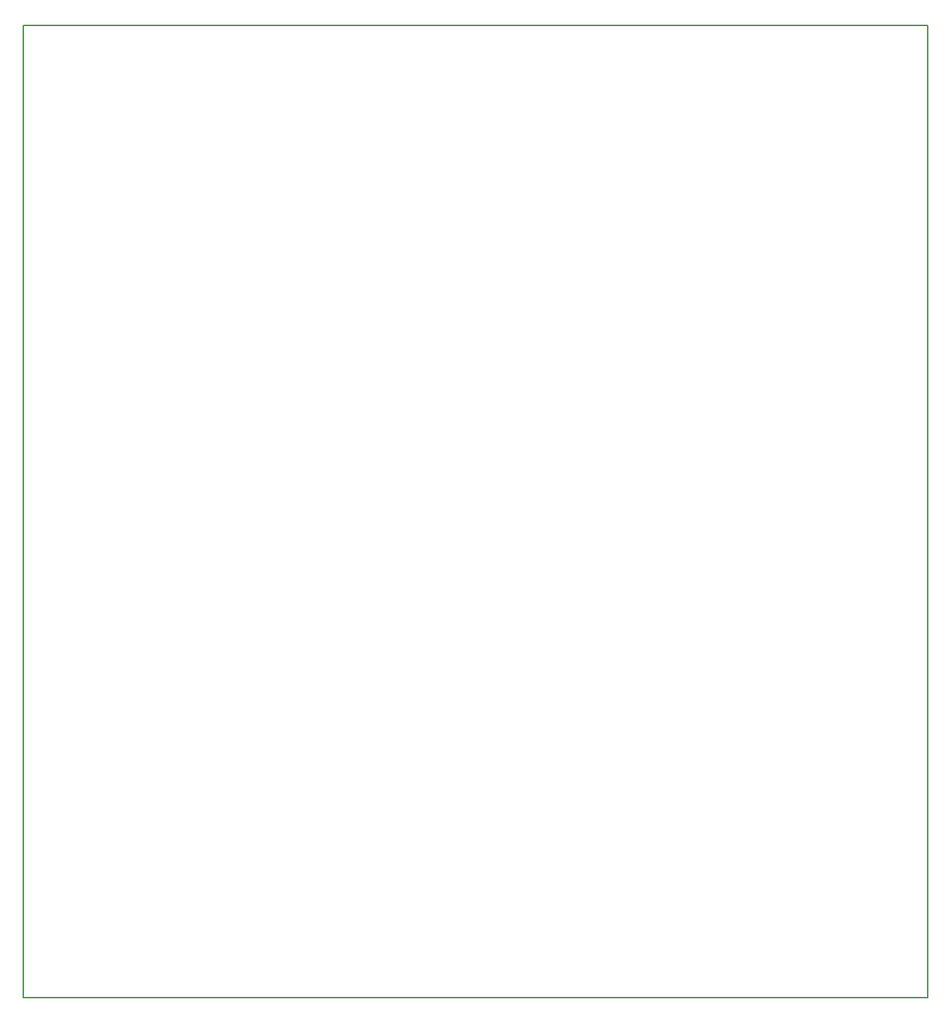
<source format=gbr>
%TF.GenerationSoftware,KiCad,Pcbnew,6.0.4-6f826c9f35~116~ubuntu20.04.1*%
%TF.CreationDate,2022-04-10T19:12:31+02:00*%
%TF.ProjectId,THEIA,54484549-412e-46b6-9963-61645f706362,rev?*%
%TF.SameCoordinates,Original*%
%TF.FileFunction,Profile,NP*%
%FSLAX46Y46*%
G04 Gerber Fmt 4.6, Leading zero omitted, Abs format (unit mm)*
G04 Created by KiCad (PCBNEW 6.0.4-6f826c9f35~116~ubuntu20.04.1) date 2022-04-10 19:12:31*
%MOMM*%
%LPD*%
G01*
G04 APERTURE LIST*
%TA.AperFunction,Profile*%
%ADD10C,0.200000*%
%TD*%
G04 APERTURE END LIST*
D10*
X104400000Y-44700000D02*
X212900000Y-44700000D01*
X212900000Y-44700000D02*
X212900000Y-161400000D01*
X212900000Y-161400000D02*
X104400000Y-161400000D01*
X104400000Y-161400000D02*
X104400000Y-44700000D01*
M02*

</source>
